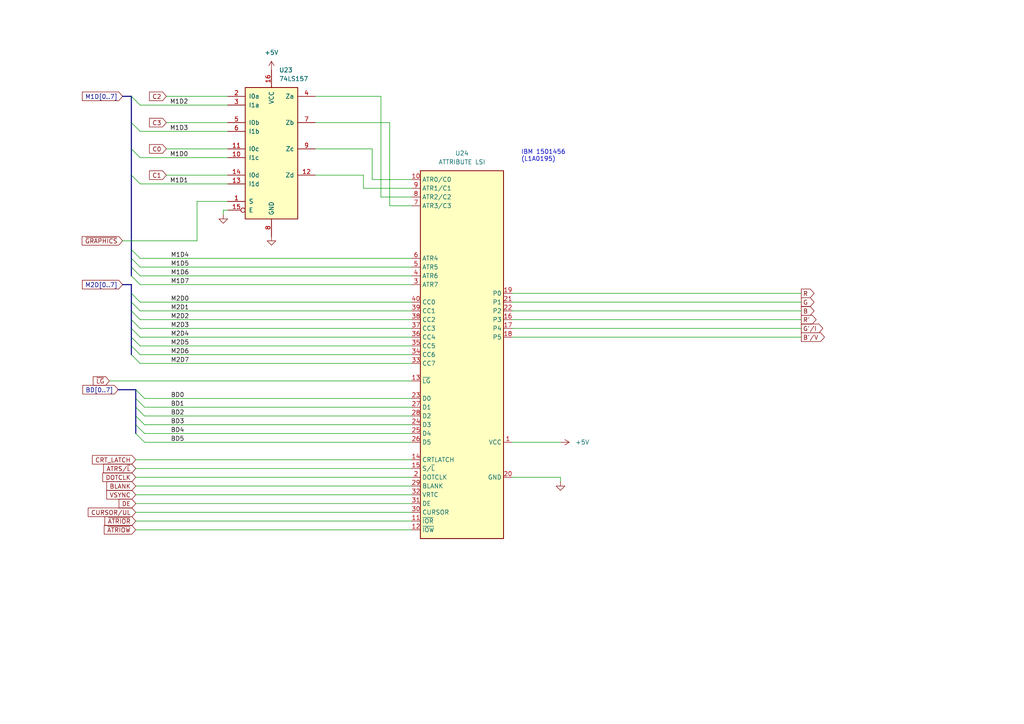
<source format=kicad_sch>
(kicad_sch (version 20230121) (generator eeschema)
  (paper "A4")
  (lib_symbols
    (symbol "74xx:74LS157" (pin_names (offset 1.016))
      (property "Reference" "U" (at -7.62 19.05 0))
      (property "Value" "74LS157" (at -7.62 -21.59 0))
      (symbol "74LS157_1_0"
        (pin input line (at -12.7 -15.24 0) (length 5.08) (name "S") (number "1"))
        (pin input line (at -12.7 -2.54 0) (length 5.08) (name "I1c") (number "10"))
        (pin input line (at -12.7 0 0) (length 5.08) (name "I0c") (number "11"))
        (pin output line (at 12.7 -7.62 180) (length 5.08) (name "Zd") (number "12"))
        (pin input line (at -12.7 -10.16 0) (length 5.08) (name "I1d") (number "13"))
        (pin input line (at -12.7 -7.62 0) (length 5.08) (name "I0d") (number "14"))
        (pin input inverted (at -12.7 -17.78 0) (length 5.08) (name "E") (number "15"))
        (pin power_in line (at 0 22.86 270) (length 5.08) (name "VCC") (number "16"))
        (pin input line (at -12.7 15.24 0) (length 5.08) (name "I0a") (number "2"))
        (pin input line (at -12.7 12.7 0) (length 5.08) (name "I1a") (number "3"))
        (pin output line (at 12.7 15.24 180) (length 5.08) (name "Za") (number "4"))
        (pin input line (at -12.7 7.62 0) (length 5.08) (name "I0b") (number "5"))
        (pin input line (at -12.7 5.08 0) (length 5.08) (name "I1b") (number "6"))
        (pin output line (at 12.7 7.62 180) (length 5.08) (name "Zb") (number "7"))
        (pin power_in line (at 0 -25.4 90) (length 5.08) (name "GND") (number "8"))
        (pin output line (at 12.7 0 180) (length 5.08) (name "Zc") (number "9"))
      )
      (symbol "74LS157_1_1"
        (rectangle (start -7.62 17.78) (end 7.62 -20.32) (stroke (width 0.254)) (fill (type background)))
      )
    )
    (symbol "EGACard:ATTR_LSI"
      (property "Reference" "U" (at 11.43 -41.91 0))
      (property "Value" "ATTRIBUTE LSI" (at 11.43 1.27 0))
      (symbol "ATTR_LSI_1_1"
        (rectangle (start 0 0) (end 24.13 -106.68) (stroke (width 0.254)) (fill (type background)))
        (pin power_in line (at 26.67 -78.74 180) (length 2.54) (name "VCC") (number "1"))
        (pin input line (at -2.54 -2.54 0) (length 2.54) (name "ATR0/C0") (number "10"))
        (pin input line (at -2.54 -101.6 0) (length 2.54) (name "~{IOR}") (number "11"))
        (pin input line (at -2.54 -104.14 0) (length 2.54) (name "~{IOW}") (number "12"))
        (pin input line (at -2.54 -60.96 0) (length 2.54) (name "~{LG}") (number "13"))
        (pin input line (at -2.54 -83.82 0) (length 2.54) (name "CRTLATCH") (number "14"))
        (pin input line (at -2.54 -86.36 0) (length 2.54) (name "S/~{L}") (number "15"))
        (pin output line (at 26.67 -43.18 180) (length 2.54) (name "P3") (number "16"))
        (pin output line (at 26.67 -45.72 180) (length 2.54) (name "P4") (number "17"))
        (pin output line (at 26.67 -48.26 180) (length 2.54) (name "P5") (number "18"))
        (pin output line (at 26.67 -35.56 180) (length 2.54) (name "P0") (number "19"))
        (pin input line (at -2.54 -88.9 0) (length 2.54) (name "DOTCLK") (number "2"))
        (pin power_in line (at 26.67 -88.9 180) (length 2.54) (name "GND") (number "20"))
        (pin output line (at 26.67 -38.1 180) (length 2.54) (name "P1") (number "21"))
        (pin output line (at 26.67 -40.64 180) (length 2.54) (name "P2") (number "22"))
        (pin bidirectional line (at -2.54 -66.04 0) (length 2.54) (name "D0") (number "23"))
        (pin bidirectional line (at -2.54 -73.66 0) (length 2.54) (name "D3") (number "24"))
        (pin bidirectional line (at -2.54 -76.2 0) (length 2.54) (name "D4") (number "25"))
        (pin bidirectional line (at -2.54 -78.74 0) (length 2.54) (name "D5") (number "26"))
        (pin bidirectional line (at -2.54 -68.58 0) (length 2.54) (name "D1") (number "27"))
        (pin bidirectional line (at -2.54 -71.12 0) (length 2.54) (name "D2") (number "28"))
        (pin input line (at -2.54 -91.44 0) (length 2.54) (name "BLANK") (number "29"))
        (pin input line (at -2.54 -33.02 0) (length 2.54) (name "ATR7") (number "3"))
        (pin input line (at -2.54 -99.06 0) (length 2.54) (name "CURSOR") (number "30"))
        (pin input line (at -2.54 -96.52 0) (length 2.54) (name "DE") (number "31"))
        (pin input line (at -2.54 -93.98 0) (length 2.54) (name "VRTC") (number "32"))
        (pin input line (at -2.54 -55.88 0) (length 2.54) (name "CC7") (number "33"))
        (pin input line (at -2.54 -53.34 0) (length 2.54) (name "CC6") (number "34"))
        (pin input line (at -2.54 -50.8 0) (length 2.54) (name "CC5") (number "35"))
        (pin input line (at -2.54 -48.26 0) (length 2.54) (name "CC4") (number "36"))
        (pin input line (at -2.54 -45.72 0) (length 2.54) (name "CC3") (number "37"))
        (pin input line (at -2.54 -43.18 0) (length 2.54) (name "CC2") (number "38"))
        (pin input line (at -2.54 -40.64 0) (length 2.54) (name "CC1") (number "39"))
        (pin input line (at -2.54 -30.48 0) (length 2.54) (name "ATR6") (number "4"))
        (pin input line (at -2.54 -38.1 0) (length 2.54) (name "CC0") (number "40"))
        (pin input line (at -2.54 -27.94 0) (length 2.54) (name "ATR5") (number "5"))
        (pin input line (at -2.54 -25.4 0) (length 2.54) (name "ATR4") (number "6"))
        (pin input line (at -2.54 -10.16 0) (length 2.54) (name "ATR3/C3") (number "7"))
        (pin input line (at -2.54 -7.62 0) (length 2.54) (name "ATR2/C2") (number "8"))
        (pin input line (at -2.54 -5.08 0) (length 2.54) (name "ATR1/C1") (number "9"))
      )
    )
    (symbol "power:+5V" (power) (pin_names (offset 0))
      (property "Value" "+5V" (at 0 3.556 0))
      (symbol "+5V_0_1"
        (polyline (pts (xy -0.762 1.27) (xy 0 2.54)))
        (polyline (pts (xy 0 0) (xy 0 2.54)))
        (polyline (pts (xy 0 2.54) (xy 0.762 1.27)))
      )
      (symbol "+5V_1_1"
        (pin power_in line (at 0 0 90) (length 0) hide (name "+5V") (number "1"))
      )
    )
    (symbol "power:GND" (power) (pin_names (offset 0))
      (property "Value" "GND" (at 0 -3.81 0))
      (symbol "GND_0_1"
        (polyline (pts (xy 0 0) (xy 0 -1.27) (xy 1.27 -1.27) (xy 0 -2.54) (xy -1.27 -1.27) (xy 0 -1.27)))
      )
      (symbol "GND_1_1"
        (pin power_in line (at 0 0 270) (length 0) hide (name "GND") (number "1"))
      )
    )
  )
  (bus_entry (at 38.1 92.71) (size 2.54 2.54))
  (bus_entry (at 38.1 35.56) (size 2.54 2.54))
  (bus_entry (at 39.37 120.65) (size 2.54 2.54))
  (bus_entry (at 38.1 72.39) (size 2.54 2.54))
  (bus_entry (at 38.1 97.79) (size 2.54 2.54))
  (bus_entry (at 38.1 77.47) (size 2.54 2.54))
  (bus_entry (at 38.1 43.18) (size 2.54 2.54))
  (bus_entry (at 38.1 102.87) (size 2.54 2.54))
  (bus_entry (at 38.1 27.94) (size 2.54 2.54))
  (bus_entry (at 39.37 125.73) (size 2.54 2.54))
  (bus_entry (at 39.37 115.57) (size 2.54 2.54))
  (bus_entry (at 39.37 123.19) (size 2.54 2.54))
  (bus_entry (at 38.1 87.63) (size 2.54 2.54))
  (bus_entry (at 38.1 85.09) (size 2.54 2.54))
  (bus_entry (at 38.1 90.17) (size 2.54 2.54))
  (bus_entry (at 38.1 50.8) (size 2.54 2.54))
  (bus_entry (at 38.1 80.01) (size 2.54 2.54))
  (bus_entry (at 38.1 100.33) (size 2.54 2.54))
  (bus_entry (at 39.37 118.11) (size 2.54 2.54))
  (bus_entry (at 38.1 95.25) (size 2.54 2.54))
  (bus_entry (at 39.37 113.03) (size 2.54 2.54))
  (bus_entry (at 38.1 74.93) (size 2.54 2.54))
  (wire (pts (xy 105.41 50.8) (xy 105.41 54.61)))
  (wire (pts (xy 40.64 38.1) (xy 66.04 38.1)))
  (wire (pts (xy 48.26 50.8) (xy 66.04 50.8)))
  (bus (pts (xy 39.37 123.19) (xy 39.37 120.65)))
  (wire (pts (xy 39.37 133.35) (xy 119.38 133.35)))
  (wire (pts (xy 148.59 95.25) (xy 232.41 95.25)))
  (wire (pts (xy 40.64 105.41) (xy 119.38 105.41)))
  (bus (pts (xy 35.56 82.55) (xy 38.1 82.55)))
  (wire (pts (xy 40.64 87.63) (xy 119.38 87.63)))
  (bus (pts (xy 38.1 97.79) (xy 38.1 100.33)))
  (bus (pts (xy 38.1 74.93) (xy 38.1 77.47)))
  (wire (pts (xy 148.59 128.27) (xy 162.56 128.27)))
  (wire (pts (xy 39.37 148.59) (xy 119.38 148.59)))
  (wire (pts (xy 41.91 125.73) (xy 119.38 125.73)))
  (wire (pts (xy 91.44 27.94) (xy 110.49 27.94)))
  (wire (pts (xy 31.75 110.49) (xy 119.38 110.49)))
  (wire (pts (xy 107.95 52.07) (xy 119.38 52.07)))
  (wire (pts (xy 39.37 135.89) (xy 119.38 135.89)))
  (bus (pts (xy 38.1 100.33) (xy 38.1 102.87)))
  (wire (pts (xy 39.37 151.13) (xy 119.38 151.13)))
  (wire (pts (xy 162.56 139.7) (xy 162.56 138.43)))
  (wire (pts (xy 48.26 27.94) (xy 66.04 27.94)))
  (wire (pts (xy 110.49 57.15) (xy 119.38 57.15)))
  (wire (pts (xy 64.77 60.96) (xy 64.77 62.23)))
  (bus (pts (xy 38.1 72.39) (xy 38.1 74.93)))
  (wire (pts (xy 107.95 43.18) (xy 107.95 52.07)))
  (wire (pts (xy 40.64 80.01) (xy 119.38 80.01)))
  (wire (pts (xy 148.59 87.63) (xy 232.41 87.63)))
  (bus (pts (xy 39.37 120.65) (xy 39.37 118.11)))
  (bus (pts (xy 35.56 27.94) (xy 38.1 27.94)))
  (wire (pts (xy 91.44 35.56) (xy 113.03 35.56)))
  (wire (pts (xy 40.64 82.55) (xy 119.38 82.55)))
  (bus (pts (xy 38.1 85.09) (xy 38.1 87.63)))
  (wire (pts (xy 113.03 35.56) (xy 113.03 59.69)))
  (wire (pts (xy 91.44 43.18) (xy 107.95 43.18)))
  (wire (pts (xy 91.44 50.8) (xy 105.41 50.8)))
  (wire (pts (xy 57.15 58.42) (xy 57.15 69.85)))
  (wire (pts (xy 40.64 97.79) (xy 119.38 97.79)))
  (wire (pts (xy 105.41 54.61) (xy 119.38 54.61)))
  (wire (pts (xy 40.64 77.47) (xy 119.38 77.47)))
  (wire (pts (xy 41.91 118.11) (xy 119.38 118.11)))
  (wire (pts (xy 39.37 143.51) (xy 119.38 143.51)))
  (bus (pts (xy 39.37 118.11) (xy 39.37 115.57)))
  (wire (pts (xy 39.37 146.05) (xy 119.38 146.05)))
  (wire (pts (xy 40.64 92.71) (xy 119.38 92.71)))
  (bus (pts (xy 39.37 125.73) (xy 39.37 123.19)))
  (wire (pts (xy 66.04 58.42) (xy 57.15 58.42)))
  (wire (pts (xy 48.26 35.56) (xy 66.04 35.56)))
  (wire (pts (xy 35.56 69.85) (xy 57.15 69.85)))
  (bus (pts (xy 38.1 50.8) (xy 38.1 43.18)))
  (wire (pts (xy 40.64 90.17) (xy 119.38 90.17)))
  (wire (pts (xy 148.59 138.43) (xy 162.56 138.43)))
  (wire (pts (xy 41.91 128.27) (xy 119.38 128.27)))
  (bus (pts (xy 38.1 90.17) (xy 38.1 92.71)))
  (bus (pts (xy 38.1 77.47) (xy 38.1 80.01)))
  (wire (pts (xy 40.64 74.93) (xy 119.38 74.93)))
  (wire (pts (xy 39.37 140.97) (xy 119.38 140.97)))
  (bus (pts (xy 34.29 113.03) (xy 39.37 113.03)))
  (wire (pts (xy 39.37 138.43) (xy 119.38 138.43)))
  (bus (pts (xy 38.1 92.71) (xy 38.1 95.25)))
  (wire (pts (xy 148.59 92.71) (xy 232.41 92.71)))
  (wire (pts (xy 148.59 97.79) (xy 232.41 97.79)))
  (wire (pts (xy 41.91 120.65) (xy 119.38 120.65)))
  (wire (pts (xy 148.59 90.17) (xy 232.41 90.17)))
  (wire (pts (xy 40.64 102.87) (xy 119.38 102.87)))
  (wire (pts (xy 66.04 60.96) (xy 64.77 60.96)))
  (bus (pts (xy 38.1 50.8) (xy 38.1 72.39)))
  (wire (pts (xy 40.64 95.25) (xy 119.38 95.25)))
  (bus (pts (xy 38.1 43.18) (xy 38.1 35.56)))
  (wire (pts (xy 110.49 27.94) (xy 110.49 57.15)))
  (wire (pts (xy 148.59 85.09) (xy 232.41 85.09)))
  (bus (pts (xy 39.37 115.57) (xy 39.37 113.03)))
  (bus (pts (xy 38.1 35.56) (xy 38.1 27.94)))
  (wire (pts (xy 48.26 43.18) (xy 66.04 43.18)))
  (wire (pts (xy 39.37 153.67) (xy 119.38 153.67)))
  (wire (pts (xy 40.64 30.48) (xy 66.04 30.48)))
  (wire (pts (xy 40.64 100.33) (xy 119.38 100.33)))
  (bus (pts (xy 38.1 87.63) (xy 38.1 90.17)))
  (bus (pts (xy 38.1 95.25) (xy 38.1 97.79)))
  (wire (pts (xy 41.91 123.19) (xy 119.38 123.19)))
  (wire (pts (xy 113.03 59.69) (xy 119.38 59.69)))
  (wire (pts (xy 41.91 115.57) (xy 119.38 115.57)))
  (wire (pts (xy 40.64 45.72) (xy 66.04 45.72)))
  (bus (pts (xy 38.1 82.55) (xy 38.1 85.09)))
  (wire (pts (xy 40.64 53.34) (xy 66.04 53.34)))
  (text "IBM 1501456\n(L1A0195)" (at 151.13 46.99 0) (effects (font (size 1.27 1.27)) (justify left bottom)))
  (label "BD1" (at 49.53 118.11 0))
  (label "M2D0" (at 49.53 87.63 0))
  (label "M1D6" (at 49.53 80.01 0))
  (label "M1D4" (at 49.53 74.93 0))
  (label "M1D2" (at 54.61 30.48 180))
  (label "BD4" (at 49.53 125.73 0))
  (label "M2D2" (at 49.53 92.71 0))
  (label "M2D5" (at 49.53 100.33 0))
  (label "M2D6" (at 49.53 102.87 0))
  (label "BD3" (at 49.53 123.19 0))
  (label "M2D3" (at 49.53 95.25 0))
  (label "M2D4" (at 49.53 97.79 0))
  (label "BD0" (at 49.53 115.57 0))
  (label "M1D3" (at 54.61 38.1 180))
  (label "M2D7" (at 49.53 105.41 0))
  (label "M1D5" (at 49.53 77.47 0))
  (label "M1D0" (at 54.61 45.72 180))
  (label "M1D7" (at 49.53 82.55 0))
  (label "BD2" (at 49.53 120.65 0))
  (label "M2D1" (at 49.53 90.17 0))
  (label "M1D1" (at 54.61 53.34 180))
  (label "BD5" (at 49.53 128.27 0))
  (global_label "DE" (shape input) (at 39.37 146.05 180) (property "Intersheetrefs" "${INTERSHEET_REFS}" (at 33.9658 146.05 0) (effects (justify right))))
  (global_label "BD[0..7]" (shape input) (at 34.29 113.03 180) (property "Intersheetrefs" "${INTERSHEET_REFS}" (at 23.4428 113.03 0) (effects (justify right))))
  (global_label "M2D[0..7]" (shape input) (at 35.56 82.55 180) (property "Intersheetrefs" "${INTERSHEET_REFS}" (at 23.3219 82.55 0) (effects (justify right))))
  (global_label "~{ATRIOW}" (shape input) (at 39.37 153.67 180) (property "Intersheetrefs" "${INTERSHEET_REFS}" (at 29.6719 153.67 0) (effects (justify right))))
  (global_label "C2" (shape input) (at 48.26 27.94 180) (property "Intersheetrefs" "${INTERSHEET_REFS}" (at 42.7953 27.94 0) (effects (justify right))))
  (global_label "DOTCLK" (shape input) (at 39.37 138.43 180) (property "Intersheetrefs" "${INTERSHEET_REFS}" (at 29.2486 138.43 0) (effects (justify right))))
  (global_label "B" (shape output) (at 232.41 90.17 0) (property "Intersheetrefs" "${INTERSHEET_REFS}" (at 236.6652 90.17 0) (effects (justify left))))
  (global_label "~{GRAPHICS}" (shape input) (at 35.56 69.85 180) (property "Intersheetrefs" "${INTERSHEET_REFS}" (at 23.2614 69.85 0) (effects (justify right))))
  (global_label "~{ATRIOR}" (shape input) (at 39.37 151.13 180) (property "Intersheetrefs" "${INTERSHEET_REFS}" (at 29.8533 151.13 0) (effects (justify right))))
  (global_label "VSYNC" (shape input) (at 39.37 143.51 180) (property "Intersheetrefs" "${INTERSHEET_REFS}" (at 30.3976 143.51 0) (effects (justify right))))
  (global_label "R'" (shape output) (at 232.41 92.71 0) (property "Intersheetrefs" "${INTERSHEET_REFS}" (at 237.27 92.71 0) (effects (justify left))))
  (global_label "BLANK" (shape input) (at 39.37 140.97 180) (property "Intersheetrefs" "${INTERSHEET_REFS}" (at 30.3976 140.97 0) (effects (justify right))))
  (global_label "M1D[0..7]" (shape input) (at 35.56 27.94 180) (property "Intersheetrefs" "${INTERSHEET_REFS}" (at 23.3219 27.94 0) (effects (justify right))))
  (global_label "ATRS{slash}~{L}" (shape input) (at 39.37 135.89 180) (property "Intersheetrefs" "${INTERSHEET_REFS}" (at 29.4905 135.89 0) (effects (justify right))))
  (global_label "C1" (shape input) (at 48.26 50.8 180) (property "Intersheetrefs" "${INTERSHEET_REFS}" (at 42.7953 50.8 0) (effects (justify right))))
  (global_label "CURSOR{slash}UL" (shape input) (at 39.37 148.59 180) (property "Intersheetrefs" "${INTERSHEET_REFS}" (at 25.0152 148.59 0) (effects (justify right))))
  (global_label "C3" (shape input) (at 48.26 35.56 180) (property "Intersheetrefs" "${INTERSHEET_REFS}" (at 42.7953 35.56 0) (effects (justify right))))
  (global_label "B'{slash}V" (shape output) (at 232.41 97.79 0) (property "Intersheetrefs" "${INTERSHEET_REFS}" (at 239.6891 97.79 0) (effects (justify left))))
  (global_label "G'{slash}I" (shape output) (at 232.41 95.25 0) (property "Intersheetrefs" "${INTERSHEET_REFS}" (at 239.2053 95.25 0) (effects (justify left))))
  (global_label "R" (shape output) (at 232.41 85.09 0) (property "Intersheetrefs" "${INTERSHEET_REFS}" (at 236.6652 85.09 0) (effects (justify left))))
  (global_label "~{LG}" (shape input) (at 31.75 110.49 180) (property "Intersheetrefs" "${INTERSHEET_REFS}" (at 26.4667 110.49 0) (effects (justify right))))
  (global_label "G" (shape output) (at 232.41 87.63 0) (property "Intersheetrefs" "${INTERSHEET_REFS}" (at 236.6652 87.63 0) (effects (justify left))))
  (global_label "CRT_LATCH" (shape input) (at 39.37 133.35 180) (property "Intersheetrefs" "${INTERSHEET_REFS}" (at 26.2248 133.35 0) (effects (justify right))))
  (global_label "C0" (shape input) (at 48.26 43.18 180) (property "Intersheetrefs" "${INTERSHEET_REFS}" (at 42.7953 43.18 0) (effects (justify right))))
  (symbol (lib_id "power:GND") (at 64.77 62.23 0) (unit 1)
    (property "Reference" "#PWR066" (effects hide))
    (property "Value" "GND" (effects hide))
    (instances (project "EGACard" (path "" (reference "#PWR066") (unit 1)) (path "" (reference "#PWR074") (unit 1)) (path "" (reference "#PWR088") (unit 1)) (path "" (reference "#PWR096") (unit 1))))
  )
  (symbol (lib_id "74xx:74LS157") (at 78.74 43.18 0) (unit 1)
    (property "Reference" "U23" (at 80.9341 20.32 0) (effects (justify left)))
    (property "Value" "74LS157" (at 80.9341 22.86 0) (effects (justify left)))
    (property "Footprint" "EGACard:DIP254P762X635-16" (effects hide))
    (property "Datasheet" "http://www.ti.com/lit/gpn/sn74LS157" (effects hide))
  )
  (symbol (lib_id "power:+5V") (at 78.74 20.32 0) (unit 1)
    (property "Reference" "#PWR065" (effects hide))
    (property "Value" "+5V" (at 78.74 15.24 0))
    (instances (project "EGACard" (path "" (reference "#PWR065") (unit 1)) (path "" (reference "#PWR071") (unit 1)) (path "" (reference "#PWR083") (unit 1)) (path "" (reference "#PWR094") (unit 1))))
  )
  (symbol (lib_id "power:+5V") (at 162.56 128.27 270) (unit 1)
    (property "Reference" "#PWR065" (effects hide))
    (property "Value" "+5V" (at 168.91 128.27 90))
    (instances (project "EGACard" (path "" (reference "#PWR065") (unit 1)) (path "" (reference "#PWR071") (unit 1)) (path "" (reference "#PWR083") (unit 1)) (path "" (reference "#PWR098") (unit 1))))
  )
  (symbol (lib_id "power:GND") (at 162.56 139.7 0) (unit 1)
    (property "Reference" "#PWR066" (effects hide))
    (property "Value" "GND" (effects hide))
    (instances (project "EGACard" (path "" (reference "#PWR066") (unit 1)) (path "" (reference "#PWR074") (unit 1)) (path "" (reference "#PWR088") (unit 1)) (path "" (reference "#PWR097") (unit 1))))
  )
  (symbol (lib_id "power:GND") (at 78.74 68.58 0) (unit 1)
    (property "Reference" "#PWR066" (effects hide))
    (property "Value" "GND" (effects hide))
    (instances (project "EGACard" (path "" (reference "#PWR066") (unit 1)) (path "" (reference "#PWR074") (unit 1)) (path "" (reference "#PWR088") (unit 1)) (path "" (reference "#PWR095") (unit 1))))
  )
  (symbol (lib_id "EGACard:ATTR_LSI") (at 121.92 49.53 0) (unit 1)
    (property "Reference" "U24" (at 133.985 44.45 0))
    (property "Value" "ATTRIBUTE LSI" (at 133.985 46.99 0))
    (property "Footprint" "EGACard:DIP254P1524X635-40" (effects hide))
  )
)
</source>
